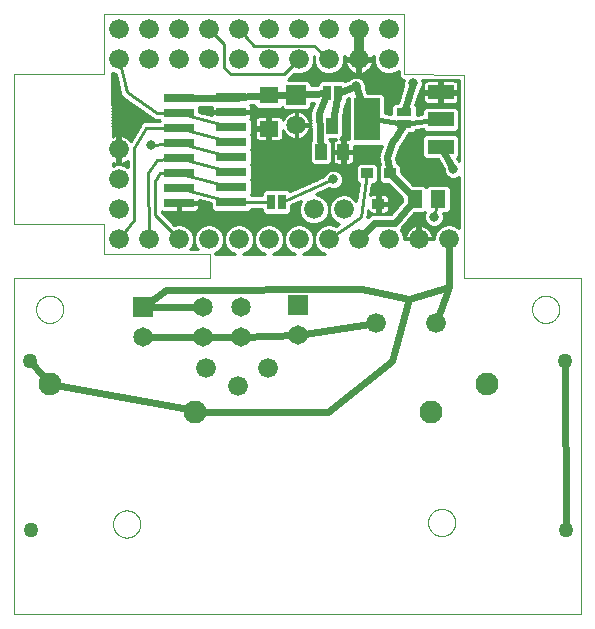
<source format=gbl>
G75*
%MOIN*%
%OFA0B0*%
%FSLAX25Y25*%
%IPPOS*%
%LPD*%
%AMOC8*
5,1,8,0,0,1.08239X$1,22.5*
%
%ADD10C,0.00000*%
%ADD11R,0.03937X0.03543*%
%ADD12R,0.03937X0.05512*%
%ADD13R,0.02500X0.05000*%
%ADD14R,0.05000X0.02500*%
%ADD15C,0.06600*%
%ADD16R,0.10000X0.03000*%
%ADD17R,0.06299X0.05512*%
%ADD18R,0.05118X0.05906*%
%ADD19R,0.08800X0.04800*%
%ADD20R,0.08661X0.14173*%
%ADD21C,0.05000*%
%ADD22C,0.07600*%
%ADD23R,0.06500X0.06500*%
%ADD24C,0.06500*%
%ADD25C,0.07677*%
%ADD26C,0.01000*%
%ADD27C,0.01600*%
%ADD28C,0.03200*%
%ADD29C,0.03200*%
%ADD30C,0.02400*%
D10*
X0005000Y0004606D02*
X0193976Y0004606D01*
X0193976Y0116575D01*
X0155000Y0116575D01*
X0155000Y0184409D01*
X0134921Y0184449D01*
X0134882Y0184488D01*
X0134882Y0194409D01*
X0134921Y0204449D01*
X0034921Y0204449D01*
X0034921Y0194449D01*
X0034961Y0194409D01*
X0034921Y0194409D01*
X0034921Y0184449D01*
X0005000Y0184449D01*
X0005000Y0134449D01*
X0034921Y0134449D01*
X0034921Y0124449D01*
X0070346Y0124449D01*
X0070346Y0116575D01*
X0005000Y0116575D01*
X0005000Y0004606D01*
X0037972Y0034606D02*
X0037974Y0034740D01*
X0037980Y0034874D01*
X0037990Y0035008D01*
X0038004Y0035142D01*
X0038022Y0035275D01*
X0038043Y0035407D01*
X0038069Y0035539D01*
X0038099Y0035670D01*
X0038132Y0035800D01*
X0038169Y0035928D01*
X0038211Y0036056D01*
X0038255Y0036183D01*
X0038304Y0036308D01*
X0038356Y0036431D01*
X0038412Y0036553D01*
X0038472Y0036674D01*
X0038535Y0036792D01*
X0038601Y0036909D01*
X0038671Y0037023D01*
X0038744Y0037136D01*
X0038821Y0037246D01*
X0038901Y0037354D01*
X0038984Y0037459D01*
X0039070Y0037562D01*
X0039159Y0037662D01*
X0039251Y0037760D01*
X0039346Y0037855D01*
X0039444Y0037947D01*
X0039544Y0038036D01*
X0039647Y0038122D01*
X0039752Y0038205D01*
X0039860Y0038285D01*
X0039970Y0038362D01*
X0040083Y0038435D01*
X0040197Y0038505D01*
X0040314Y0038571D01*
X0040432Y0038634D01*
X0040553Y0038694D01*
X0040675Y0038750D01*
X0040798Y0038802D01*
X0040923Y0038851D01*
X0041050Y0038895D01*
X0041178Y0038937D01*
X0041306Y0038974D01*
X0041436Y0039007D01*
X0041567Y0039037D01*
X0041699Y0039063D01*
X0041831Y0039084D01*
X0041964Y0039102D01*
X0042098Y0039116D01*
X0042232Y0039126D01*
X0042366Y0039132D01*
X0042500Y0039134D01*
X0042634Y0039132D01*
X0042768Y0039126D01*
X0042902Y0039116D01*
X0043036Y0039102D01*
X0043169Y0039084D01*
X0043301Y0039063D01*
X0043433Y0039037D01*
X0043564Y0039007D01*
X0043694Y0038974D01*
X0043822Y0038937D01*
X0043950Y0038895D01*
X0044077Y0038851D01*
X0044202Y0038802D01*
X0044325Y0038750D01*
X0044447Y0038694D01*
X0044568Y0038634D01*
X0044686Y0038571D01*
X0044803Y0038505D01*
X0044917Y0038435D01*
X0045030Y0038362D01*
X0045140Y0038285D01*
X0045248Y0038205D01*
X0045353Y0038122D01*
X0045456Y0038036D01*
X0045556Y0037947D01*
X0045654Y0037855D01*
X0045749Y0037760D01*
X0045841Y0037662D01*
X0045930Y0037562D01*
X0046016Y0037459D01*
X0046099Y0037354D01*
X0046179Y0037246D01*
X0046256Y0037136D01*
X0046329Y0037023D01*
X0046399Y0036909D01*
X0046465Y0036792D01*
X0046528Y0036674D01*
X0046588Y0036553D01*
X0046644Y0036431D01*
X0046696Y0036308D01*
X0046745Y0036183D01*
X0046789Y0036056D01*
X0046831Y0035928D01*
X0046868Y0035800D01*
X0046901Y0035670D01*
X0046931Y0035539D01*
X0046957Y0035407D01*
X0046978Y0035275D01*
X0046996Y0035142D01*
X0047010Y0035008D01*
X0047020Y0034874D01*
X0047026Y0034740D01*
X0047028Y0034606D01*
X0047026Y0034472D01*
X0047020Y0034338D01*
X0047010Y0034204D01*
X0046996Y0034070D01*
X0046978Y0033937D01*
X0046957Y0033805D01*
X0046931Y0033673D01*
X0046901Y0033542D01*
X0046868Y0033412D01*
X0046831Y0033284D01*
X0046789Y0033156D01*
X0046745Y0033029D01*
X0046696Y0032904D01*
X0046644Y0032781D01*
X0046588Y0032659D01*
X0046528Y0032538D01*
X0046465Y0032420D01*
X0046399Y0032303D01*
X0046329Y0032189D01*
X0046256Y0032076D01*
X0046179Y0031966D01*
X0046099Y0031858D01*
X0046016Y0031753D01*
X0045930Y0031650D01*
X0045841Y0031550D01*
X0045749Y0031452D01*
X0045654Y0031357D01*
X0045556Y0031265D01*
X0045456Y0031176D01*
X0045353Y0031090D01*
X0045248Y0031007D01*
X0045140Y0030927D01*
X0045030Y0030850D01*
X0044917Y0030777D01*
X0044803Y0030707D01*
X0044686Y0030641D01*
X0044568Y0030578D01*
X0044447Y0030518D01*
X0044325Y0030462D01*
X0044202Y0030410D01*
X0044077Y0030361D01*
X0043950Y0030317D01*
X0043822Y0030275D01*
X0043694Y0030238D01*
X0043564Y0030205D01*
X0043433Y0030175D01*
X0043301Y0030149D01*
X0043169Y0030128D01*
X0043036Y0030110D01*
X0042902Y0030096D01*
X0042768Y0030086D01*
X0042634Y0030080D01*
X0042500Y0030078D01*
X0042366Y0030080D01*
X0042232Y0030086D01*
X0042098Y0030096D01*
X0041964Y0030110D01*
X0041831Y0030128D01*
X0041699Y0030149D01*
X0041567Y0030175D01*
X0041436Y0030205D01*
X0041306Y0030238D01*
X0041178Y0030275D01*
X0041050Y0030317D01*
X0040923Y0030361D01*
X0040798Y0030410D01*
X0040675Y0030462D01*
X0040553Y0030518D01*
X0040432Y0030578D01*
X0040314Y0030641D01*
X0040197Y0030707D01*
X0040083Y0030777D01*
X0039970Y0030850D01*
X0039860Y0030927D01*
X0039752Y0031007D01*
X0039647Y0031090D01*
X0039544Y0031176D01*
X0039444Y0031265D01*
X0039346Y0031357D01*
X0039251Y0031452D01*
X0039159Y0031550D01*
X0039070Y0031650D01*
X0038984Y0031753D01*
X0038901Y0031858D01*
X0038821Y0031966D01*
X0038744Y0032076D01*
X0038671Y0032189D01*
X0038601Y0032303D01*
X0038535Y0032420D01*
X0038472Y0032538D01*
X0038412Y0032659D01*
X0038356Y0032781D01*
X0038304Y0032904D01*
X0038255Y0033029D01*
X0038211Y0033156D01*
X0038169Y0033284D01*
X0038132Y0033412D01*
X0038099Y0033542D01*
X0038069Y0033673D01*
X0038043Y0033805D01*
X0038022Y0033937D01*
X0038004Y0034070D01*
X0037990Y0034204D01*
X0037980Y0034338D01*
X0037974Y0034472D01*
X0037972Y0034606D01*
X0012283Y0106173D02*
X0012285Y0106307D01*
X0012291Y0106441D01*
X0012301Y0106575D01*
X0012315Y0106709D01*
X0012333Y0106842D01*
X0012354Y0106974D01*
X0012380Y0107106D01*
X0012410Y0107237D01*
X0012443Y0107367D01*
X0012480Y0107495D01*
X0012522Y0107623D01*
X0012566Y0107750D01*
X0012615Y0107875D01*
X0012667Y0107998D01*
X0012723Y0108120D01*
X0012783Y0108241D01*
X0012846Y0108359D01*
X0012912Y0108476D01*
X0012982Y0108590D01*
X0013055Y0108703D01*
X0013132Y0108813D01*
X0013212Y0108921D01*
X0013295Y0109026D01*
X0013381Y0109129D01*
X0013470Y0109229D01*
X0013562Y0109327D01*
X0013657Y0109422D01*
X0013755Y0109514D01*
X0013855Y0109603D01*
X0013958Y0109689D01*
X0014063Y0109772D01*
X0014171Y0109852D01*
X0014281Y0109929D01*
X0014394Y0110002D01*
X0014508Y0110072D01*
X0014625Y0110138D01*
X0014743Y0110201D01*
X0014864Y0110261D01*
X0014986Y0110317D01*
X0015109Y0110369D01*
X0015234Y0110418D01*
X0015361Y0110462D01*
X0015489Y0110504D01*
X0015617Y0110541D01*
X0015747Y0110574D01*
X0015878Y0110604D01*
X0016010Y0110630D01*
X0016142Y0110651D01*
X0016275Y0110669D01*
X0016409Y0110683D01*
X0016543Y0110693D01*
X0016677Y0110699D01*
X0016811Y0110701D01*
X0016945Y0110699D01*
X0017079Y0110693D01*
X0017213Y0110683D01*
X0017347Y0110669D01*
X0017480Y0110651D01*
X0017612Y0110630D01*
X0017744Y0110604D01*
X0017875Y0110574D01*
X0018005Y0110541D01*
X0018133Y0110504D01*
X0018261Y0110462D01*
X0018388Y0110418D01*
X0018513Y0110369D01*
X0018636Y0110317D01*
X0018758Y0110261D01*
X0018879Y0110201D01*
X0018997Y0110138D01*
X0019114Y0110072D01*
X0019228Y0110002D01*
X0019341Y0109929D01*
X0019451Y0109852D01*
X0019559Y0109772D01*
X0019664Y0109689D01*
X0019767Y0109603D01*
X0019867Y0109514D01*
X0019965Y0109422D01*
X0020060Y0109327D01*
X0020152Y0109229D01*
X0020241Y0109129D01*
X0020327Y0109026D01*
X0020410Y0108921D01*
X0020490Y0108813D01*
X0020567Y0108703D01*
X0020640Y0108590D01*
X0020710Y0108476D01*
X0020776Y0108359D01*
X0020839Y0108241D01*
X0020899Y0108120D01*
X0020955Y0107998D01*
X0021007Y0107875D01*
X0021056Y0107750D01*
X0021100Y0107623D01*
X0021142Y0107495D01*
X0021179Y0107367D01*
X0021212Y0107237D01*
X0021242Y0107106D01*
X0021268Y0106974D01*
X0021289Y0106842D01*
X0021307Y0106709D01*
X0021321Y0106575D01*
X0021331Y0106441D01*
X0021337Y0106307D01*
X0021339Y0106173D01*
X0021337Y0106039D01*
X0021331Y0105905D01*
X0021321Y0105771D01*
X0021307Y0105637D01*
X0021289Y0105504D01*
X0021268Y0105372D01*
X0021242Y0105240D01*
X0021212Y0105109D01*
X0021179Y0104979D01*
X0021142Y0104851D01*
X0021100Y0104723D01*
X0021056Y0104596D01*
X0021007Y0104471D01*
X0020955Y0104348D01*
X0020899Y0104226D01*
X0020839Y0104105D01*
X0020776Y0103987D01*
X0020710Y0103870D01*
X0020640Y0103756D01*
X0020567Y0103643D01*
X0020490Y0103533D01*
X0020410Y0103425D01*
X0020327Y0103320D01*
X0020241Y0103217D01*
X0020152Y0103117D01*
X0020060Y0103019D01*
X0019965Y0102924D01*
X0019867Y0102832D01*
X0019767Y0102743D01*
X0019664Y0102657D01*
X0019559Y0102574D01*
X0019451Y0102494D01*
X0019341Y0102417D01*
X0019228Y0102344D01*
X0019114Y0102274D01*
X0018997Y0102208D01*
X0018879Y0102145D01*
X0018758Y0102085D01*
X0018636Y0102029D01*
X0018513Y0101977D01*
X0018388Y0101928D01*
X0018261Y0101884D01*
X0018133Y0101842D01*
X0018005Y0101805D01*
X0017875Y0101772D01*
X0017744Y0101742D01*
X0017612Y0101716D01*
X0017480Y0101695D01*
X0017347Y0101677D01*
X0017213Y0101663D01*
X0017079Y0101653D01*
X0016945Y0101647D01*
X0016811Y0101645D01*
X0016677Y0101647D01*
X0016543Y0101653D01*
X0016409Y0101663D01*
X0016275Y0101677D01*
X0016142Y0101695D01*
X0016010Y0101716D01*
X0015878Y0101742D01*
X0015747Y0101772D01*
X0015617Y0101805D01*
X0015489Y0101842D01*
X0015361Y0101884D01*
X0015234Y0101928D01*
X0015109Y0101977D01*
X0014986Y0102029D01*
X0014864Y0102085D01*
X0014743Y0102145D01*
X0014625Y0102208D01*
X0014508Y0102274D01*
X0014394Y0102344D01*
X0014281Y0102417D01*
X0014171Y0102494D01*
X0014063Y0102574D01*
X0013958Y0102657D01*
X0013855Y0102743D01*
X0013755Y0102832D01*
X0013657Y0102924D01*
X0013562Y0103019D01*
X0013470Y0103117D01*
X0013381Y0103217D01*
X0013295Y0103320D01*
X0013212Y0103425D01*
X0013132Y0103533D01*
X0013055Y0103643D01*
X0012982Y0103756D01*
X0012912Y0103870D01*
X0012846Y0103987D01*
X0012783Y0104105D01*
X0012723Y0104226D01*
X0012667Y0104348D01*
X0012615Y0104471D01*
X0012566Y0104596D01*
X0012522Y0104723D01*
X0012480Y0104851D01*
X0012443Y0104979D01*
X0012410Y0105109D01*
X0012380Y0105240D01*
X0012354Y0105372D01*
X0012333Y0105504D01*
X0012315Y0105637D01*
X0012301Y0105771D01*
X0012291Y0105905D01*
X0012285Y0106039D01*
X0012283Y0106173D01*
X0142972Y0035106D02*
X0142974Y0035240D01*
X0142980Y0035374D01*
X0142990Y0035508D01*
X0143004Y0035642D01*
X0143022Y0035775D01*
X0143043Y0035907D01*
X0143069Y0036039D01*
X0143099Y0036170D01*
X0143132Y0036300D01*
X0143169Y0036428D01*
X0143211Y0036556D01*
X0143255Y0036683D01*
X0143304Y0036808D01*
X0143356Y0036931D01*
X0143412Y0037053D01*
X0143472Y0037174D01*
X0143535Y0037292D01*
X0143601Y0037409D01*
X0143671Y0037523D01*
X0143744Y0037636D01*
X0143821Y0037746D01*
X0143901Y0037854D01*
X0143984Y0037959D01*
X0144070Y0038062D01*
X0144159Y0038162D01*
X0144251Y0038260D01*
X0144346Y0038355D01*
X0144444Y0038447D01*
X0144544Y0038536D01*
X0144647Y0038622D01*
X0144752Y0038705D01*
X0144860Y0038785D01*
X0144970Y0038862D01*
X0145083Y0038935D01*
X0145197Y0039005D01*
X0145314Y0039071D01*
X0145432Y0039134D01*
X0145553Y0039194D01*
X0145675Y0039250D01*
X0145798Y0039302D01*
X0145923Y0039351D01*
X0146050Y0039395D01*
X0146178Y0039437D01*
X0146306Y0039474D01*
X0146436Y0039507D01*
X0146567Y0039537D01*
X0146699Y0039563D01*
X0146831Y0039584D01*
X0146964Y0039602D01*
X0147098Y0039616D01*
X0147232Y0039626D01*
X0147366Y0039632D01*
X0147500Y0039634D01*
X0147634Y0039632D01*
X0147768Y0039626D01*
X0147902Y0039616D01*
X0148036Y0039602D01*
X0148169Y0039584D01*
X0148301Y0039563D01*
X0148433Y0039537D01*
X0148564Y0039507D01*
X0148694Y0039474D01*
X0148822Y0039437D01*
X0148950Y0039395D01*
X0149077Y0039351D01*
X0149202Y0039302D01*
X0149325Y0039250D01*
X0149447Y0039194D01*
X0149568Y0039134D01*
X0149686Y0039071D01*
X0149803Y0039005D01*
X0149917Y0038935D01*
X0150030Y0038862D01*
X0150140Y0038785D01*
X0150248Y0038705D01*
X0150353Y0038622D01*
X0150456Y0038536D01*
X0150556Y0038447D01*
X0150654Y0038355D01*
X0150749Y0038260D01*
X0150841Y0038162D01*
X0150930Y0038062D01*
X0151016Y0037959D01*
X0151099Y0037854D01*
X0151179Y0037746D01*
X0151256Y0037636D01*
X0151329Y0037523D01*
X0151399Y0037409D01*
X0151465Y0037292D01*
X0151528Y0037174D01*
X0151588Y0037053D01*
X0151644Y0036931D01*
X0151696Y0036808D01*
X0151745Y0036683D01*
X0151789Y0036556D01*
X0151831Y0036428D01*
X0151868Y0036300D01*
X0151901Y0036170D01*
X0151931Y0036039D01*
X0151957Y0035907D01*
X0151978Y0035775D01*
X0151996Y0035642D01*
X0152010Y0035508D01*
X0152020Y0035374D01*
X0152026Y0035240D01*
X0152028Y0035106D01*
X0152026Y0034972D01*
X0152020Y0034838D01*
X0152010Y0034704D01*
X0151996Y0034570D01*
X0151978Y0034437D01*
X0151957Y0034305D01*
X0151931Y0034173D01*
X0151901Y0034042D01*
X0151868Y0033912D01*
X0151831Y0033784D01*
X0151789Y0033656D01*
X0151745Y0033529D01*
X0151696Y0033404D01*
X0151644Y0033281D01*
X0151588Y0033159D01*
X0151528Y0033038D01*
X0151465Y0032920D01*
X0151399Y0032803D01*
X0151329Y0032689D01*
X0151256Y0032576D01*
X0151179Y0032466D01*
X0151099Y0032358D01*
X0151016Y0032253D01*
X0150930Y0032150D01*
X0150841Y0032050D01*
X0150749Y0031952D01*
X0150654Y0031857D01*
X0150556Y0031765D01*
X0150456Y0031676D01*
X0150353Y0031590D01*
X0150248Y0031507D01*
X0150140Y0031427D01*
X0150030Y0031350D01*
X0149917Y0031277D01*
X0149803Y0031207D01*
X0149686Y0031141D01*
X0149568Y0031078D01*
X0149447Y0031018D01*
X0149325Y0030962D01*
X0149202Y0030910D01*
X0149077Y0030861D01*
X0148950Y0030817D01*
X0148822Y0030775D01*
X0148694Y0030738D01*
X0148564Y0030705D01*
X0148433Y0030675D01*
X0148301Y0030649D01*
X0148169Y0030628D01*
X0148036Y0030610D01*
X0147902Y0030596D01*
X0147768Y0030586D01*
X0147634Y0030580D01*
X0147500Y0030578D01*
X0147366Y0030580D01*
X0147232Y0030586D01*
X0147098Y0030596D01*
X0146964Y0030610D01*
X0146831Y0030628D01*
X0146699Y0030649D01*
X0146567Y0030675D01*
X0146436Y0030705D01*
X0146306Y0030738D01*
X0146178Y0030775D01*
X0146050Y0030817D01*
X0145923Y0030861D01*
X0145798Y0030910D01*
X0145675Y0030962D01*
X0145553Y0031018D01*
X0145432Y0031078D01*
X0145314Y0031141D01*
X0145197Y0031207D01*
X0145083Y0031277D01*
X0144970Y0031350D01*
X0144860Y0031427D01*
X0144752Y0031507D01*
X0144647Y0031590D01*
X0144544Y0031676D01*
X0144444Y0031765D01*
X0144346Y0031857D01*
X0144251Y0031952D01*
X0144159Y0032050D01*
X0144070Y0032150D01*
X0143984Y0032253D01*
X0143901Y0032358D01*
X0143821Y0032466D01*
X0143744Y0032576D01*
X0143671Y0032689D01*
X0143601Y0032803D01*
X0143535Y0032920D01*
X0143472Y0033038D01*
X0143412Y0033159D01*
X0143356Y0033281D01*
X0143304Y0033404D01*
X0143255Y0033529D01*
X0143211Y0033656D01*
X0143169Y0033784D01*
X0143132Y0033912D01*
X0143099Y0034042D01*
X0143069Y0034173D01*
X0143043Y0034305D01*
X0143022Y0034437D01*
X0143004Y0034570D01*
X0142990Y0034704D01*
X0142980Y0034838D01*
X0142974Y0034972D01*
X0142972Y0035106D01*
X0177637Y0106173D02*
X0177639Y0106307D01*
X0177645Y0106441D01*
X0177655Y0106575D01*
X0177669Y0106709D01*
X0177687Y0106842D01*
X0177708Y0106974D01*
X0177734Y0107106D01*
X0177764Y0107237D01*
X0177797Y0107367D01*
X0177834Y0107495D01*
X0177876Y0107623D01*
X0177920Y0107750D01*
X0177969Y0107875D01*
X0178021Y0107998D01*
X0178077Y0108120D01*
X0178137Y0108241D01*
X0178200Y0108359D01*
X0178266Y0108476D01*
X0178336Y0108590D01*
X0178409Y0108703D01*
X0178486Y0108813D01*
X0178566Y0108921D01*
X0178649Y0109026D01*
X0178735Y0109129D01*
X0178824Y0109229D01*
X0178916Y0109327D01*
X0179011Y0109422D01*
X0179109Y0109514D01*
X0179209Y0109603D01*
X0179312Y0109689D01*
X0179417Y0109772D01*
X0179525Y0109852D01*
X0179635Y0109929D01*
X0179748Y0110002D01*
X0179862Y0110072D01*
X0179979Y0110138D01*
X0180097Y0110201D01*
X0180218Y0110261D01*
X0180340Y0110317D01*
X0180463Y0110369D01*
X0180588Y0110418D01*
X0180715Y0110462D01*
X0180843Y0110504D01*
X0180971Y0110541D01*
X0181101Y0110574D01*
X0181232Y0110604D01*
X0181364Y0110630D01*
X0181496Y0110651D01*
X0181629Y0110669D01*
X0181763Y0110683D01*
X0181897Y0110693D01*
X0182031Y0110699D01*
X0182165Y0110701D01*
X0182299Y0110699D01*
X0182433Y0110693D01*
X0182567Y0110683D01*
X0182701Y0110669D01*
X0182834Y0110651D01*
X0182966Y0110630D01*
X0183098Y0110604D01*
X0183229Y0110574D01*
X0183359Y0110541D01*
X0183487Y0110504D01*
X0183615Y0110462D01*
X0183742Y0110418D01*
X0183867Y0110369D01*
X0183990Y0110317D01*
X0184112Y0110261D01*
X0184233Y0110201D01*
X0184351Y0110138D01*
X0184468Y0110072D01*
X0184582Y0110002D01*
X0184695Y0109929D01*
X0184805Y0109852D01*
X0184913Y0109772D01*
X0185018Y0109689D01*
X0185121Y0109603D01*
X0185221Y0109514D01*
X0185319Y0109422D01*
X0185414Y0109327D01*
X0185506Y0109229D01*
X0185595Y0109129D01*
X0185681Y0109026D01*
X0185764Y0108921D01*
X0185844Y0108813D01*
X0185921Y0108703D01*
X0185994Y0108590D01*
X0186064Y0108476D01*
X0186130Y0108359D01*
X0186193Y0108241D01*
X0186253Y0108120D01*
X0186309Y0107998D01*
X0186361Y0107875D01*
X0186410Y0107750D01*
X0186454Y0107623D01*
X0186496Y0107495D01*
X0186533Y0107367D01*
X0186566Y0107237D01*
X0186596Y0107106D01*
X0186622Y0106974D01*
X0186643Y0106842D01*
X0186661Y0106709D01*
X0186675Y0106575D01*
X0186685Y0106441D01*
X0186691Y0106307D01*
X0186693Y0106173D01*
X0186691Y0106039D01*
X0186685Y0105905D01*
X0186675Y0105771D01*
X0186661Y0105637D01*
X0186643Y0105504D01*
X0186622Y0105372D01*
X0186596Y0105240D01*
X0186566Y0105109D01*
X0186533Y0104979D01*
X0186496Y0104851D01*
X0186454Y0104723D01*
X0186410Y0104596D01*
X0186361Y0104471D01*
X0186309Y0104348D01*
X0186253Y0104226D01*
X0186193Y0104105D01*
X0186130Y0103987D01*
X0186064Y0103870D01*
X0185994Y0103756D01*
X0185921Y0103643D01*
X0185844Y0103533D01*
X0185764Y0103425D01*
X0185681Y0103320D01*
X0185595Y0103217D01*
X0185506Y0103117D01*
X0185414Y0103019D01*
X0185319Y0102924D01*
X0185221Y0102832D01*
X0185121Y0102743D01*
X0185018Y0102657D01*
X0184913Y0102574D01*
X0184805Y0102494D01*
X0184695Y0102417D01*
X0184582Y0102344D01*
X0184468Y0102274D01*
X0184351Y0102208D01*
X0184233Y0102145D01*
X0184112Y0102085D01*
X0183990Y0102029D01*
X0183867Y0101977D01*
X0183742Y0101928D01*
X0183615Y0101884D01*
X0183487Y0101842D01*
X0183359Y0101805D01*
X0183229Y0101772D01*
X0183098Y0101742D01*
X0182966Y0101716D01*
X0182834Y0101695D01*
X0182701Y0101677D01*
X0182567Y0101663D01*
X0182433Y0101653D01*
X0182299Y0101647D01*
X0182165Y0101645D01*
X0182031Y0101647D01*
X0181897Y0101653D01*
X0181763Y0101663D01*
X0181629Y0101677D01*
X0181496Y0101695D01*
X0181364Y0101716D01*
X0181232Y0101742D01*
X0181101Y0101772D01*
X0180971Y0101805D01*
X0180843Y0101842D01*
X0180715Y0101884D01*
X0180588Y0101928D01*
X0180463Y0101977D01*
X0180340Y0102029D01*
X0180218Y0102085D01*
X0180097Y0102145D01*
X0179979Y0102208D01*
X0179862Y0102274D01*
X0179748Y0102344D01*
X0179635Y0102417D01*
X0179525Y0102494D01*
X0179417Y0102574D01*
X0179312Y0102657D01*
X0179209Y0102743D01*
X0179109Y0102832D01*
X0179011Y0102924D01*
X0178916Y0103019D01*
X0178824Y0103117D01*
X0178735Y0103217D01*
X0178649Y0103320D01*
X0178566Y0103425D01*
X0178486Y0103533D01*
X0178409Y0103643D01*
X0178336Y0103756D01*
X0178266Y0103870D01*
X0178200Y0103987D01*
X0178137Y0104105D01*
X0178077Y0104226D01*
X0178021Y0104348D01*
X0177969Y0104471D01*
X0177920Y0104596D01*
X0177876Y0104723D01*
X0177834Y0104851D01*
X0177797Y0104979D01*
X0177764Y0105109D01*
X0177734Y0105240D01*
X0177708Y0105372D01*
X0177687Y0105504D01*
X0177669Y0105637D01*
X0177655Y0105771D01*
X0177645Y0105905D01*
X0177639Y0106039D01*
X0177637Y0106173D01*
D11*
X0130358Y0151567D03*
X0122484Y0151567D03*
X0126421Y0141331D03*
D12*
X0114661Y0158618D03*
X0107181Y0158618D03*
X0110921Y0167280D03*
D13*
X0109143Y0178311D03*
X0113086Y0178311D03*
X0094393Y0141949D03*
X0090450Y0141949D03*
D14*
X0134921Y0167977D03*
X0134921Y0171920D03*
D15*
X0129921Y0189449D03*
X0129921Y0199449D03*
X0119921Y0199449D03*
X0119921Y0189449D03*
X0109921Y0189449D03*
X0109921Y0199449D03*
X0099921Y0199449D03*
X0099921Y0189449D03*
X0089921Y0189449D03*
X0089921Y0199449D03*
X0079921Y0199449D03*
X0079921Y0189449D03*
X0069921Y0189449D03*
X0069921Y0199449D03*
X0059921Y0199449D03*
X0059921Y0189449D03*
X0049921Y0189449D03*
X0049921Y0199449D03*
X0039921Y0199449D03*
X0039921Y0189449D03*
X0039921Y0159449D03*
X0039921Y0149449D03*
X0039921Y0139449D03*
X0039921Y0129449D03*
X0049921Y0129449D03*
X0059921Y0129449D03*
X0069921Y0129449D03*
X0079921Y0129449D03*
X0089921Y0129449D03*
X0099921Y0129449D03*
X0104921Y0139449D03*
X0109921Y0129449D03*
X0114921Y0139449D03*
X0119921Y0129449D03*
X0129921Y0129449D03*
X0139921Y0129449D03*
X0149921Y0129449D03*
X0145736Y0101606D03*
X0125657Y0101606D03*
X0089500Y0086606D03*
X0079500Y0080606D03*
X0069000Y0086606D03*
D16*
X0060000Y0141606D03*
X0060000Y0146606D03*
X0060000Y0151606D03*
X0060000Y0156606D03*
X0060000Y0161606D03*
X0060000Y0166606D03*
X0060000Y0171606D03*
X0060000Y0176606D03*
X0077421Y0176949D03*
X0077421Y0171949D03*
X0077421Y0166949D03*
X0077421Y0161949D03*
X0077421Y0156949D03*
X0077421Y0151949D03*
X0077421Y0146949D03*
X0077421Y0141949D03*
D17*
X0089921Y0166437D03*
X0089921Y0177461D03*
D18*
X0138484Y0142949D03*
X0146358Y0142949D03*
D19*
X0147121Y0160349D03*
X0147121Y0169449D03*
X0147121Y0178549D03*
D20*
X0122720Y0169449D03*
D21*
X0188488Y0089016D03*
X0188858Y0032559D03*
X0010512Y0032559D03*
X0010142Y0089016D03*
D22*
X0016929Y0081299D03*
X0162598Y0081299D03*
D23*
X0099500Y0107606D03*
X0048000Y0107106D03*
X0099000Y0177606D03*
D24*
X0099000Y0167606D03*
X0080500Y0107106D03*
X0080500Y0097106D03*
X0068000Y0097106D03*
X0068000Y0107106D03*
X0048000Y0097106D03*
X0099500Y0097606D03*
D25*
X0065346Y0072106D03*
X0144087Y0072106D03*
D26*
X0108581Y0124592D02*
X0101226Y0124577D01*
X0102754Y0125210D01*
X0104160Y0126617D01*
X0104921Y0128454D01*
X0104921Y0130443D01*
X0104160Y0132281D01*
X0102754Y0133688D01*
X0100916Y0134449D01*
X0098927Y0134449D01*
X0097089Y0133688D01*
X0095682Y0132281D01*
X0094921Y0130443D01*
X0094160Y0132281D01*
X0092754Y0133688D01*
X0090916Y0134449D01*
X0088927Y0134449D01*
X0087089Y0133688D01*
X0085682Y0132281D01*
X0084921Y0130443D01*
X0084160Y0132281D01*
X0082754Y0133688D01*
X0080916Y0134449D01*
X0078927Y0134449D01*
X0077089Y0133688D01*
X0075682Y0132281D01*
X0074921Y0130443D01*
X0074160Y0132281D01*
X0072754Y0133688D01*
X0070916Y0134449D01*
X0068927Y0134449D01*
X0067089Y0133688D01*
X0065682Y0132281D01*
X0064921Y0130443D01*
X0064160Y0132281D01*
X0062754Y0133688D01*
X0060916Y0134449D01*
X0058927Y0134449D01*
X0058360Y0134214D01*
X0054200Y0138499D01*
X0054200Y0138836D01*
X0054421Y0138709D01*
X0054803Y0138606D01*
X0059750Y0138606D01*
X0059750Y0141356D01*
X0060250Y0141356D01*
X0060250Y0138606D01*
X0065197Y0138606D01*
X0065579Y0138709D01*
X0065921Y0138906D01*
X0066200Y0139185D01*
X0066398Y0139527D01*
X0066500Y0139909D01*
X0066500Y0141356D01*
X0060250Y0141356D01*
X0060250Y0141856D01*
X0066500Y0141856D01*
X0066500Y0142591D01*
X0070721Y0141463D01*
X0070721Y0139745D01*
X0071717Y0138749D01*
X0083125Y0138749D01*
X0084121Y0139745D01*
X0084121Y0139749D01*
X0087500Y0139749D01*
X0087500Y0138745D01*
X0088495Y0137749D01*
X0092404Y0137749D01*
X0092421Y0137766D01*
X0092439Y0137749D01*
X0096347Y0137749D01*
X0097343Y0138745D01*
X0097343Y0140844D01*
X0100743Y0142342D01*
X0100682Y0142281D01*
X0099921Y0140443D01*
X0099921Y0138454D01*
X0100682Y0136617D01*
X0102089Y0135210D01*
X0103927Y0134449D01*
X0105916Y0134449D01*
X0107754Y0135210D01*
X0109160Y0136617D01*
X0109921Y0138454D01*
X0109921Y0140443D01*
X0109160Y0142281D01*
X0107754Y0143688D01*
X0105916Y0144449D01*
X0105527Y0144449D01*
X0110055Y0146443D01*
X0110765Y0146149D01*
X0112078Y0146149D01*
X0113291Y0146651D01*
X0114219Y0147580D01*
X0114721Y0148792D01*
X0114721Y0150105D01*
X0114219Y0151318D01*
X0113291Y0152246D01*
X0112078Y0152749D01*
X0110765Y0152749D01*
X0109552Y0152246D01*
X0108624Y0151318D01*
X0108270Y0150465D01*
X0096996Y0145499D01*
X0096347Y0146149D01*
X0092439Y0146149D01*
X0092421Y0146131D01*
X0092404Y0146149D01*
X0088495Y0146149D01*
X0087500Y0145153D01*
X0087500Y0144149D01*
X0084121Y0144149D01*
X0084121Y0144153D01*
X0083825Y0144449D01*
X0084121Y0144745D01*
X0084121Y0149153D01*
X0083825Y0149449D01*
X0084121Y0149745D01*
X0084121Y0154153D01*
X0083825Y0154449D01*
X0084121Y0154745D01*
X0084121Y0159153D01*
X0083825Y0159449D01*
X0084121Y0159745D01*
X0084121Y0164153D01*
X0083825Y0164449D01*
X0084121Y0164745D01*
X0084121Y0169153D01*
X0083667Y0169607D01*
X0083819Y0169870D01*
X0083921Y0170251D01*
X0083921Y0171699D01*
X0077671Y0171699D01*
X0077671Y0172199D01*
X0083921Y0172199D01*
X0083921Y0173646D01*
X0083819Y0174028D01*
X0083667Y0174291D01*
X0083679Y0174303D01*
X0085072Y0174360D01*
X0085072Y0174001D01*
X0086067Y0173005D01*
X0093775Y0173005D01*
X0094236Y0173466D01*
X0095046Y0172656D01*
X0102954Y0172656D01*
X0103950Y0173652D01*
X0103950Y0175043D01*
X0104846Y0175106D01*
X0104095Y0173099D01*
X0104086Y0173089D01*
X0103894Y0172560D01*
X0103696Y0172031D01*
X0103696Y0172017D01*
X0103692Y0172004D01*
X0103716Y0171441D01*
X0103736Y0170878D01*
X0103742Y0170866D01*
X0104101Y0162666D01*
X0103513Y0162078D01*
X0103513Y0155158D01*
X0104508Y0154162D01*
X0109854Y0154162D01*
X0110850Y0155158D01*
X0110850Y0162078D01*
X0110104Y0162824D01*
X0112307Y0162824D01*
X0112114Y0162772D01*
X0111772Y0162574D01*
X0111493Y0162295D01*
X0111295Y0161953D01*
X0111193Y0161571D01*
X0111193Y0159102D01*
X0114177Y0159102D01*
X0114177Y0158134D01*
X0111193Y0158134D01*
X0111193Y0155665D01*
X0111295Y0155283D01*
X0111493Y0154941D01*
X0111772Y0154662D01*
X0112114Y0154464D01*
X0112495Y0154362D01*
X0114177Y0154362D01*
X0114177Y0158134D01*
X0115146Y0158134D01*
X0115146Y0159102D01*
X0118130Y0159102D01*
X0118130Y0160662D01*
X0127484Y0160662D01*
X0126728Y0158231D01*
X0126651Y0158119D01*
X0126558Y0157684D01*
X0126426Y0157259D01*
X0126438Y0157124D01*
X0126410Y0156990D01*
X0126490Y0156553D01*
X0126531Y0156110D01*
X0126594Y0155990D01*
X0126912Y0154265D01*
X0126690Y0154043D01*
X0126690Y0149091D01*
X0127686Y0148095D01*
X0129646Y0148095D01*
X0134225Y0143239D01*
X0134225Y0142330D01*
X0130549Y0137849D01*
X0125427Y0137849D01*
X0125360Y0137873D01*
X0124852Y0137849D01*
X0124344Y0137849D01*
X0124278Y0137821D01*
X0124207Y0137818D01*
X0123748Y0137602D01*
X0123279Y0137407D01*
X0123228Y0137357D01*
X0123163Y0137326D01*
X0122822Y0136951D01*
X0122681Y0136809D01*
X0122804Y0137552D01*
X0122783Y0137580D01*
X0123002Y0139176D01*
X0123055Y0138980D01*
X0123252Y0138638D01*
X0123532Y0138359D01*
X0123874Y0138161D01*
X0124255Y0138059D01*
X0126035Y0138059D01*
X0126035Y0140945D01*
X0126807Y0140945D01*
X0126807Y0141717D01*
X0126035Y0141717D01*
X0126035Y0144602D01*
X0124255Y0144602D01*
X0123874Y0144500D01*
X0123722Y0144412D01*
X0124228Y0148095D01*
X0125157Y0148095D01*
X0126153Y0149091D01*
X0126153Y0154043D01*
X0125157Y0155039D01*
X0119812Y0155039D01*
X0118816Y0154043D01*
X0118816Y0149091D01*
X0119790Y0148117D01*
X0119008Y0142433D01*
X0117754Y0143688D01*
X0115916Y0144449D01*
X0113927Y0144449D01*
X0112089Y0143688D01*
X0110682Y0142281D01*
X0109921Y0140443D01*
X0109921Y0138454D01*
X0110682Y0136617D01*
X0112089Y0135210D01*
X0113419Y0134659D01*
X0112316Y0133869D01*
X0110916Y0134449D01*
X0108927Y0134449D01*
X0107089Y0133688D01*
X0105682Y0132281D01*
X0104921Y0130443D01*
X0104921Y0128454D01*
X0105682Y0126617D01*
X0107089Y0125210D01*
X0108581Y0124592D01*
X0106873Y0125426D02*
X0102970Y0125426D01*
X0103968Y0126425D02*
X0105874Y0126425D01*
X0105348Y0127423D02*
X0104494Y0127423D01*
X0104908Y0128422D02*
X0104935Y0128422D01*
X0104921Y0129420D02*
X0104921Y0129420D01*
X0104921Y0130419D02*
X0104921Y0130419D01*
X0104518Y0131417D02*
X0105325Y0131417D01*
X0105817Y0132416D02*
X0104025Y0132416D01*
X0103027Y0133414D02*
X0106816Y0133414D01*
X0108840Y0134413D02*
X0101003Y0134413D01*
X0101888Y0135411D02*
X0057198Y0135411D01*
X0058168Y0134413D02*
X0058840Y0134413D01*
X0061003Y0134413D02*
X0068840Y0134413D01*
X0071003Y0134413D02*
X0078840Y0134413D01*
X0081003Y0134413D02*
X0088840Y0134413D01*
X0091003Y0134413D02*
X0098840Y0134413D01*
X0096816Y0133414D02*
X0093027Y0133414D01*
X0094025Y0132416D02*
X0095817Y0132416D01*
X0095325Y0131417D02*
X0094518Y0131417D01*
X0094921Y0130443D02*
X0094921Y0128454D01*
X0094160Y0126617D01*
X0092754Y0125210D01*
X0091176Y0124557D01*
X0098630Y0124572D01*
X0097089Y0125210D01*
X0095682Y0126617D01*
X0094921Y0128454D01*
X0094921Y0130443D01*
X0094921Y0130419D02*
X0094921Y0130419D01*
X0094921Y0129420D02*
X0094921Y0129420D01*
X0094908Y0128422D02*
X0094935Y0128422D01*
X0095348Y0127423D02*
X0094494Y0127423D01*
X0093968Y0126425D02*
X0095874Y0126425D01*
X0096873Y0125426D02*
X0092970Y0125426D01*
X0088679Y0124551D02*
X0081126Y0124536D01*
X0082754Y0125210D01*
X0084160Y0126617D01*
X0084921Y0128454D01*
X0084921Y0130443D01*
X0084921Y0128454D01*
X0085682Y0126617D01*
X0087089Y0125210D01*
X0088679Y0124551D01*
X0086873Y0125426D02*
X0082970Y0125426D01*
X0083968Y0126425D02*
X0085874Y0126425D01*
X0085348Y0127423D02*
X0084494Y0127423D01*
X0084908Y0128422D02*
X0084935Y0128422D01*
X0084921Y0129420D02*
X0084921Y0129420D01*
X0084921Y0130419D02*
X0084921Y0130419D01*
X0084518Y0131417D02*
X0085325Y0131417D01*
X0085817Y0132416D02*
X0084025Y0132416D01*
X0083027Y0133414D02*
X0086816Y0133414D01*
X0087837Y0138407D02*
X0054289Y0138407D01*
X0055259Y0137408D02*
X0100355Y0137408D01*
X0099941Y0138407D02*
X0097005Y0138407D01*
X0097343Y0139405D02*
X0099921Y0139405D01*
X0099921Y0140404D02*
X0097343Y0140404D01*
X0098610Y0141402D02*
X0100318Y0141402D01*
X0100889Y0136410D02*
X0056228Y0136410D01*
X0052000Y0137606D02*
X0052000Y0149106D01*
X0053500Y0151606D01*
X0061991Y0151074D01*
X0077421Y0146949D01*
X0077421Y0151949D02*
X0060000Y0156606D01*
X0052500Y0156106D01*
X0049500Y0151606D01*
X0049921Y0129449D01*
X0045000Y0136106D02*
X0045000Y0160106D01*
X0049000Y0166606D01*
X0060000Y0166606D01*
X0077421Y0161949D01*
X0077421Y0166949D02*
X0060000Y0171606D01*
X0052500Y0171606D01*
X0042500Y0178606D01*
X0039921Y0189449D01*
X0037503Y0185038D02*
X0038841Y0184484D01*
X0040345Y0178160D01*
X0040492Y0177327D01*
X0040553Y0177284D01*
X0040571Y0177211D01*
X0041291Y0176767D01*
X0051081Y0169914D01*
X0051589Y0169406D01*
X0051807Y0169406D01*
X0051985Y0169281D01*
X0052693Y0169406D01*
X0053300Y0169406D01*
X0053300Y0169402D01*
X0053596Y0169106D01*
X0053300Y0168810D01*
X0053300Y0168806D01*
X0049623Y0168806D01*
X0049377Y0168958D01*
X0048742Y0168806D01*
X0048089Y0168806D01*
X0047885Y0168602D01*
X0047604Y0168535D01*
X0047262Y0167979D01*
X0046800Y0167518D01*
X0046800Y0167229D01*
X0043774Y0162312D01*
X0043582Y0162576D01*
X0043048Y0163110D01*
X0042437Y0163554D01*
X0041764Y0163897D01*
X0041045Y0164131D01*
X0040421Y0164229D01*
X0040421Y0159949D01*
X0039421Y0159949D01*
X0039421Y0164229D01*
X0038797Y0164131D01*
X0038079Y0163897D01*
X0037826Y0163768D01*
X0037503Y0185038D01*
X0037514Y0184338D02*
X0038875Y0184338D01*
X0039113Y0183340D02*
X0037529Y0183340D01*
X0037544Y0182341D02*
X0039350Y0182341D01*
X0039588Y0181343D02*
X0037559Y0181343D01*
X0037574Y0180344D02*
X0039825Y0180344D01*
X0040063Y0179346D02*
X0037589Y0179346D01*
X0037605Y0178347D02*
X0040300Y0178347D01*
X0040488Y0177349D02*
X0037620Y0177349D01*
X0037635Y0176350D02*
X0041887Y0176350D01*
X0043313Y0175352D02*
X0037650Y0175352D01*
X0037665Y0174353D02*
X0044739Y0174353D01*
X0046166Y0173355D02*
X0037680Y0173355D01*
X0037695Y0172356D02*
X0047592Y0172356D01*
X0049019Y0171358D02*
X0037711Y0171358D01*
X0037726Y0170359D02*
X0050445Y0170359D01*
X0051872Y0169361D02*
X0037741Y0169361D01*
X0037756Y0168362D02*
X0047497Y0168362D01*
X0046800Y0167364D02*
X0037771Y0167364D01*
X0037786Y0166365D02*
X0046268Y0166365D01*
X0045654Y0165367D02*
X0037801Y0165367D01*
X0037816Y0164368D02*
X0045039Y0164368D01*
X0044425Y0163370D02*
X0042691Y0163370D01*
X0043731Y0162371D02*
X0043811Y0162371D01*
X0040421Y0162371D02*
X0039421Y0162371D01*
X0039421Y0161373D02*
X0040421Y0161373D01*
X0040421Y0160374D02*
X0039421Y0160374D01*
X0039421Y0158949D02*
X0040421Y0158949D01*
X0040421Y0154668D01*
X0041045Y0154767D01*
X0041764Y0155000D01*
X0042437Y0155343D01*
X0042800Y0155607D01*
X0042800Y0153641D01*
X0042754Y0153688D01*
X0040916Y0154449D01*
X0038927Y0154449D01*
X0037973Y0154054D01*
X0037957Y0155062D01*
X0038079Y0155000D01*
X0038797Y0154767D01*
X0039421Y0154668D01*
X0039421Y0158949D01*
X0039421Y0158377D02*
X0040421Y0158377D01*
X0040421Y0157379D02*
X0039421Y0157379D01*
X0039421Y0156380D02*
X0040421Y0156380D01*
X0040421Y0155382D02*
X0039421Y0155382D01*
X0038768Y0154383D02*
X0037968Y0154383D01*
X0041075Y0154383D02*
X0042800Y0154383D01*
X0042800Y0155382D02*
X0042489Y0155382D01*
X0040421Y0163370D02*
X0039421Y0163370D01*
X0050500Y0161106D02*
X0060000Y0161606D01*
X0077421Y0156949D01*
X0084121Y0157379D02*
X0103513Y0157379D01*
X0103513Y0158377D02*
X0084121Y0158377D01*
X0083899Y0159376D02*
X0103513Y0159376D01*
X0103513Y0160374D02*
X0084121Y0160374D01*
X0084121Y0161373D02*
X0103513Y0161373D01*
X0103806Y0162371D02*
X0093802Y0162371D01*
X0093650Y0162283D02*
X0093992Y0162481D01*
X0094271Y0162760D01*
X0094469Y0163102D01*
X0094571Y0163484D01*
X0094571Y0165867D01*
X0094598Y0165783D01*
X0094937Y0165117D01*
X0095377Y0164512D01*
X0095906Y0163983D01*
X0096510Y0163544D01*
X0097177Y0163204D01*
X0097888Y0162973D01*
X0098626Y0162856D01*
X0098811Y0162856D01*
X0098811Y0167417D01*
X0099189Y0167417D01*
X0099189Y0162856D01*
X0099374Y0162856D01*
X0100112Y0162973D01*
X0100823Y0163204D01*
X0101490Y0163544D01*
X0102094Y0163983D01*
X0102623Y0164512D01*
X0103063Y0165117D01*
X0103402Y0165783D01*
X0103633Y0166494D01*
X0103750Y0167232D01*
X0103750Y0167417D01*
X0099189Y0167417D01*
X0099189Y0167795D01*
X0103750Y0167795D01*
X0103750Y0167980D01*
X0103633Y0168719D01*
X0103402Y0169430D01*
X0103063Y0170096D01*
X0102623Y0170701D01*
X0102094Y0171229D01*
X0101490Y0171669D01*
X0100823Y0172008D01*
X0100112Y0172239D01*
X0099374Y0172356D01*
X0099189Y0172356D01*
X0098811Y0172356D01*
X0098626Y0172356D01*
X0097888Y0172239D01*
X0097177Y0172008D01*
X0096510Y0171669D01*
X0095906Y0171229D01*
X0095377Y0170701D01*
X0094937Y0170096D01*
X0094598Y0169430D01*
X0094571Y0169346D01*
X0094571Y0169390D01*
X0094469Y0169772D01*
X0094271Y0170114D01*
X0093992Y0170393D01*
X0093650Y0170591D01*
X0093268Y0170693D01*
X0090421Y0170693D01*
X0090421Y0166937D01*
X0089421Y0166937D01*
X0089421Y0165937D01*
X0085272Y0165937D01*
X0085272Y0163484D01*
X0085374Y0163102D01*
X0085571Y0162760D01*
X0085851Y0162481D01*
X0086193Y0162283D01*
X0086574Y0162181D01*
X0089421Y0162181D01*
X0089421Y0165937D01*
X0090421Y0165937D01*
X0090421Y0162181D01*
X0093268Y0162181D01*
X0093650Y0162283D01*
X0094540Y0163370D02*
X0096852Y0163370D01*
X0095521Y0164368D02*
X0094571Y0164368D01*
X0094571Y0165367D02*
X0094810Y0165367D01*
X0094576Y0169361D02*
X0094571Y0169361D01*
X0094026Y0170359D02*
X0095129Y0170359D01*
X0096082Y0171358D02*
X0083921Y0171358D01*
X0083921Y0172356D02*
X0098626Y0172356D01*
X0098811Y0172356D02*
X0098811Y0167795D01*
X0099189Y0167795D01*
X0099189Y0172356D01*
X0099374Y0172356D02*
X0103818Y0172356D01*
X0103719Y0171358D02*
X0101918Y0171358D01*
X0102871Y0170359D02*
X0103764Y0170359D01*
X0103808Y0169361D02*
X0103424Y0169361D01*
X0103689Y0168362D02*
X0103851Y0168362D01*
X0103895Y0167364D02*
X0103750Y0167364D01*
X0103591Y0166365D02*
X0103939Y0166365D01*
X0103983Y0165367D02*
X0103190Y0165367D01*
X0102479Y0164368D02*
X0104026Y0164368D01*
X0104070Y0163370D02*
X0101148Y0163370D01*
X0099189Y0163370D02*
X0098811Y0163370D01*
X0098811Y0164368D02*
X0099189Y0164368D01*
X0099189Y0165367D02*
X0098811Y0165367D01*
X0098811Y0166365D02*
X0099189Y0166365D01*
X0099189Y0167364D02*
X0098811Y0167364D01*
X0098811Y0168362D02*
X0099189Y0168362D01*
X0099189Y0169361D02*
X0098811Y0169361D01*
X0098811Y0170359D02*
X0099189Y0170359D01*
X0099189Y0171358D02*
X0098811Y0171358D01*
X0094347Y0173355D02*
X0094125Y0173355D01*
X0090421Y0170359D02*
X0089421Y0170359D01*
X0089421Y0170693D02*
X0086574Y0170693D01*
X0086193Y0170591D01*
X0085851Y0170393D01*
X0085571Y0170114D01*
X0085374Y0169772D01*
X0085272Y0169390D01*
X0085272Y0166937D01*
X0089421Y0166937D01*
X0089421Y0170693D01*
X0089421Y0169361D02*
X0090421Y0169361D01*
X0090421Y0168362D02*
X0089421Y0168362D01*
X0089421Y0167364D02*
X0090421Y0167364D01*
X0089421Y0166365D02*
X0084121Y0166365D01*
X0084121Y0165367D02*
X0085272Y0165367D01*
X0085272Y0164368D02*
X0083906Y0164368D01*
X0084121Y0163370D02*
X0085302Y0163370D01*
X0086041Y0162371D02*
X0084121Y0162371D01*
X0084121Y0167364D02*
X0085272Y0167364D01*
X0085272Y0168362D02*
X0084121Y0168362D01*
X0083914Y0169361D02*
X0085272Y0169361D01*
X0085817Y0170359D02*
X0083921Y0170359D01*
X0083921Y0173355D02*
X0085717Y0173355D01*
X0085072Y0174353D02*
X0084915Y0174353D01*
X0080104Y0177059D02*
X0079652Y0176606D01*
X0077171Y0172199D02*
X0077171Y0171699D01*
X0070921Y0171699D01*
X0070921Y0170964D01*
X0066700Y0172092D01*
X0066700Y0173706D01*
X0070937Y0173706D01*
X0070921Y0173646D01*
X0070921Y0172199D01*
X0077171Y0172199D01*
X0070921Y0172356D02*
X0066700Y0172356D01*
X0066700Y0173355D02*
X0070921Y0173355D01*
X0070921Y0171358D02*
X0069448Y0171358D01*
X0077421Y0184449D02*
X0074921Y0186449D01*
X0074921Y0194449D01*
X0069921Y0199449D01*
X0079921Y0199449D02*
X0084921Y0193976D01*
X0104921Y0193976D01*
X0109921Y0189449D01*
X0112880Y0185337D02*
X0117419Y0185337D01*
X0117406Y0185343D02*
X0118079Y0185000D01*
X0118797Y0184767D01*
X0119421Y0184668D01*
X0119421Y0188949D01*
X0115141Y0188949D01*
X0115239Y0188325D01*
X0115473Y0187606D01*
X0115816Y0186933D01*
X0116260Y0186322D01*
X0116794Y0185788D01*
X0117406Y0185343D01*
X0116250Y0186335D02*
X0113879Y0186335D01*
X0114160Y0186617D02*
X0114921Y0188454D01*
X0114921Y0190443D01*
X0114919Y0190449D01*
X0115220Y0190449D01*
X0115141Y0189949D01*
X0119421Y0189949D01*
X0119421Y0188949D01*
X0120421Y0188949D01*
X0120421Y0184668D01*
X0121045Y0184767D01*
X0121764Y0185000D01*
X0122437Y0185343D01*
X0123048Y0185788D01*
X0123582Y0186322D01*
X0124027Y0186933D01*
X0124370Y0187606D01*
X0124603Y0188325D01*
X0124702Y0188949D01*
X0120421Y0188949D01*
X0120421Y0189949D01*
X0124702Y0189949D01*
X0124623Y0190449D01*
X0124924Y0190449D01*
X0124921Y0190443D01*
X0124921Y0188454D01*
X0125682Y0186617D01*
X0127089Y0185210D01*
X0128927Y0184449D01*
X0130916Y0184449D01*
X0132754Y0185210D01*
X0133182Y0185638D01*
X0133182Y0183784D01*
X0133717Y0183249D01*
X0134214Y0182750D01*
X0134216Y0182750D01*
X0134217Y0182749D01*
X0134888Y0182749D01*
X0134621Y0182105D01*
X0134621Y0180792D01*
X0134651Y0180720D01*
X0132810Y0174870D01*
X0131717Y0174870D01*
X0130721Y0173875D01*
X0130721Y0171200D01*
X0128751Y0171524D01*
X0128751Y0177240D01*
X0127755Y0178235D01*
X0122754Y0178235D01*
X0122218Y0179786D01*
X0122221Y0179792D01*
X0122221Y0181105D01*
X0121719Y0182318D01*
X0120791Y0183246D01*
X0119578Y0183749D01*
X0118265Y0183749D01*
X0117052Y0183246D01*
X0116430Y0182625D01*
X0115330Y0182221D01*
X0115040Y0182511D01*
X0111132Y0182511D01*
X0111114Y0182494D01*
X0111097Y0182511D01*
X0107188Y0182511D01*
X0106193Y0181515D01*
X0106193Y0181013D01*
X0103950Y0180857D01*
X0103950Y0181560D01*
X0102954Y0182556D01*
X0096140Y0182556D01*
X0097121Y0183538D01*
X0098294Y0184711D01*
X0098927Y0184449D01*
X0100916Y0184449D01*
X0102754Y0185210D01*
X0104160Y0186617D01*
X0104921Y0188454D01*
X0104921Y0190443D01*
X0104919Y0190449D01*
X0104924Y0190449D01*
X0104921Y0190443D01*
X0104921Y0188454D01*
X0105682Y0186617D01*
X0107089Y0185210D01*
X0108927Y0184449D01*
X0110916Y0184449D01*
X0112754Y0185210D01*
X0114160Y0186617D01*
X0114457Y0187334D02*
X0115612Y0187334D01*
X0115238Y0188332D02*
X0114871Y0188332D01*
X0114921Y0189331D02*
X0119421Y0189331D01*
X0119421Y0188332D02*
X0120421Y0188332D01*
X0120421Y0187334D02*
X0119421Y0187334D01*
X0119421Y0186335D02*
X0120421Y0186335D01*
X0120421Y0185337D02*
X0119421Y0185337D01*
X0120565Y0183340D02*
X0133626Y0183340D01*
X0133182Y0184338D02*
X0097922Y0184338D01*
X0096924Y0183340D02*
X0117277Y0183340D01*
X0115657Y0182341D02*
X0115210Y0182341D01*
X0116690Y0176543D02*
X0116690Y0162874D01*
X0115146Y0162874D01*
X0115146Y0159102D01*
X0114177Y0159102D01*
X0114177Y0162874D01*
X0113644Y0162874D01*
X0114590Y0163819D01*
X0114590Y0170740D01*
X0114561Y0170768D01*
X0115260Y0174331D01*
X0116036Y0175107D01*
X0116036Y0176303D01*
X0116690Y0176543D01*
X0116690Y0176350D02*
X0116164Y0176350D01*
X0116036Y0175352D02*
X0116690Y0175352D01*
X0116690Y0174353D02*
X0115282Y0174353D01*
X0115069Y0173355D02*
X0116690Y0173355D01*
X0116690Y0172356D02*
X0114873Y0172356D01*
X0114677Y0171358D02*
X0116690Y0171358D01*
X0116690Y0170359D02*
X0114590Y0170359D01*
X0114590Y0169361D02*
X0116690Y0169361D01*
X0116690Y0168362D02*
X0114590Y0168362D01*
X0114590Y0167364D02*
X0116690Y0167364D01*
X0116690Y0166365D02*
X0114590Y0166365D01*
X0114590Y0165367D02*
X0116690Y0165367D01*
X0116690Y0164368D02*
X0114590Y0164368D01*
X0114140Y0163370D02*
X0116690Y0163370D01*
X0115146Y0162371D02*
X0114177Y0162371D01*
X0114177Y0161373D02*
X0115146Y0161373D01*
X0115146Y0160374D02*
X0114177Y0160374D01*
X0114177Y0159376D02*
X0115146Y0159376D01*
X0115146Y0158377D02*
X0126773Y0158377D01*
X0126463Y0157379D02*
X0118130Y0157379D01*
X0118130Y0158134D02*
X0115146Y0158134D01*
X0115146Y0154362D01*
X0116827Y0154362D01*
X0117209Y0154464D01*
X0117551Y0154662D01*
X0117830Y0154941D01*
X0118028Y0155283D01*
X0118130Y0155665D01*
X0118130Y0158134D01*
X0118130Y0159376D02*
X0127084Y0159376D01*
X0127394Y0160374D02*
X0118130Y0160374D01*
X0118130Y0156380D02*
X0126506Y0156380D01*
X0126706Y0155382D02*
X0118054Y0155382D01*
X0119156Y0154383D02*
X0116905Y0154383D01*
X0115146Y0154383D02*
X0114177Y0154383D01*
X0114177Y0155382D02*
X0115146Y0155382D01*
X0115146Y0156380D02*
X0114177Y0156380D01*
X0114177Y0157379D02*
X0115146Y0157379D01*
X0114177Y0158377D02*
X0110850Y0158377D01*
X0110850Y0157379D02*
X0111193Y0157379D01*
X0111193Y0156380D02*
X0110850Y0156380D01*
X0110850Y0155382D02*
X0111269Y0155382D01*
X0112418Y0154383D02*
X0110075Y0154383D01*
X0109889Y0152386D02*
X0084121Y0152386D01*
X0084121Y0153384D02*
X0118816Y0153384D01*
X0118816Y0152386D02*
X0112954Y0152386D01*
X0114149Y0151387D02*
X0118816Y0151387D01*
X0118816Y0150389D02*
X0114604Y0150389D01*
X0114721Y0149390D02*
X0118816Y0149390D01*
X0119515Y0148392D02*
X0114555Y0148392D01*
X0114033Y0147393D02*
X0119690Y0147393D01*
X0119553Y0146395D02*
X0112672Y0146395D01*
X0113804Y0144398D02*
X0106039Y0144398D01*
X0107678Y0145396D02*
X0119416Y0145396D01*
X0119278Y0144398D02*
X0116039Y0144398D01*
X0118042Y0143399D02*
X0119141Y0143399D01*
X0122897Y0138407D02*
X0123484Y0138407D01*
X0123281Y0137408D02*
X0122780Y0137408D01*
X0120484Y0137012D02*
X0109921Y0129449D01*
X0111003Y0134413D02*
X0113075Y0134413D01*
X0111888Y0135411D02*
X0107955Y0135411D01*
X0108953Y0136410D02*
X0110889Y0136410D01*
X0110355Y0137408D02*
X0109488Y0137408D01*
X0109902Y0138407D02*
X0109941Y0138407D01*
X0109921Y0139405D02*
X0109921Y0139405D01*
X0109921Y0140404D02*
X0109921Y0140404D01*
X0109524Y0141402D02*
X0110318Y0141402D01*
X0110802Y0142401D02*
X0109040Y0142401D01*
X0108042Y0143399D02*
X0111801Y0143399D01*
X0110171Y0146395D02*
X0109945Y0146395D01*
X0111421Y0149449D02*
X0094393Y0141949D01*
X0090450Y0141949D02*
X0077421Y0141949D01*
X0060000Y0146606D01*
X0061991Y0151074D02*
X0060000Y0151606D01*
X0060250Y0141402D02*
X0070721Y0141402D01*
X0070721Y0140404D02*
X0066500Y0140404D01*
X0066327Y0139405D02*
X0071061Y0139405D01*
X0067212Y0142401D02*
X0066500Y0142401D01*
X0060250Y0140404D02*
X0059750Y0140404D01*
X0059750Y0139405D02*
X0060250Y0139405D01*
X0063027Y0133414D02*
X0066816Y0133414D01*
X0065817Y0132416D02*
X0064025Y0132416D01*
X0064518Y0131417D02*
X0065325Y0131417D01*
X0064921Y0130443D02*
X0064921Y0128454D01*
X0064160Y0126617D01*
X0063692Y0126149D01*
X0066150Y0126149D01*
X0065682Y0126617D01*
X0064921Y0128454D01*
X0064921Y0130443D01*
X0064921Y0130419D02*
X0064921Y0130419D01*
X0064921Y0129420D02*
X0064921Y0129420D01*
X0064908Y0128422D02*
X0064935Y0128422D01*
X0065348Y0127423D02*
X0064494Y0127423D01*
X0063968Y0126425D02*
X0065874Y0126425D01*
X0072046Y0124917D02*
X0072754Y0125210D01*
X0074160Y0126617D01*
X0074921Y0128454D01*
X0074921Y0130443D01*
X0074921Y0128454D01*
X0075682Y0126617D01*
X0077089Y0125210D01*
X0078728Y0124531D01*
X0072046Y0124518D01*
X0072046Y0124917D01*
X0072970Y0125426D02*
X0076873Y0125426D01*
X0075874Y0126425D02*
X0073968Y0126425D01*
X0074494Y0127423D02*
X0075348Y0127423D01*
X0074935Y0128422D02*
X0074908Y0128422D01*
X0074921Y0129420D02*
X0074921Y0129420D01*
X0074921Y0130419D02*
X0074921Y0130419D01*
X0074518Y0131417D02*
X0075325Y0131417D01*
X0075817Y0132416D02*
X0074025Y0132416D01*
X0073027Y0133414D02*
X0076816Y0133414D01*
X0083782Y0139405D02*
X0087500Y0139405D01*
X0087500Y0144398D02*
X0083876Y0144398D01*
X0084121Y0145396D02*
X0087743Y0145396D01*
X0084121Y0146395D02*
X0099030Y0146395D01*
X0101297Y0147393D02*
X0084121Y0147393D01*
X0084121Y0148392D02*
X0103564Y0148392D01*
X0105831Y0149390D02*
X0083884Y0149390D01*
X0084121Y0150389D02*
X0108098Y0150389D01*
X0108693Y0151387D02*
X0084121Y0151387D01*
X0083891Y0154383D02*
X0104288Y0154383D01*
X0103513Y0155382D02*
X0084121Y0155382D01*
X0084121Y0156380D02*
X0103513Y0156380D01*
X0110850Y0159376D02*
X0111193Y0159376D01*
X0111193Y0160374D02*
X0110850Y0160374D01*
X0110850Y0161373D02*
X0111193Y0161373D01*
X0111569Y0162371D02*
X0110557Y0162371D01*
X0104191Y0173355D02*
X0103653Y0173355D01*
X0103950Y0174353D02*
X0104565Y0174353D01*
X0103950Y0181343D02*
X0106193Y0181343D01*
X0107019Y0182341D02*
X0103169Y0182341D01*
X0102880Y0185337D02*
X0106962Y0185337D01*
X0105964Y0186335D02*
X0103879Y0186335D01*
X0104457Y0187334D02*
X0105385Y0187334D01*
X0104972Y0188332D02*
X0104871Y0188332D01*
X0104921Y0189331D02*
X0104921Y0189331D01*
X0104921Y0190329D02*
X0104921Y0190329D01*
X0099921Y0189449D02*
X0094921Y0184449D01*
X0077421Y0184449D01*
X0089421Y0165367D02*
X0090421Y0165367D01*
X0090421Y0164368D02*
X0089421Y0164368D01*
X0089421Y0163370D02*
X0090421Y0163370D01*
X0090421Y0162371D02*
X0089421Y0162371D01*
X0114921Y0190329D02*
X0115201Y0190329D01*
X0120421Y0189331D02*
X0124921Y0189331D01*
X0124921Y0190329D02*
X0124642Y0190329D01*
X0124604Y0188332D02*
X0124972Y0188332D01*
X0125385Y0187334D02*
X0124231Y0187334D01*
X0123592Y0186335D02*
X0125964Y0186335D01*
X0126962Y0185337D02*
X0122424Y0185337D01*
X0121696Y0182341D02*
X0134719Y0182341D01*
X0134621Y0181343D02*
X0122123Y0181343D01*
X0122221Y0180344D02*
X0134533Y0180344D01*
X0134219Y0179346D02*
X0122370Y0179346D01*
X0122715Y0178347D02*
X0133904Y0178347D01*
X0133590Y0177349D02*
X0128642Y0177349D01*
X0128751Y0176350D02*
X0133276Y0176350D01*
X0132961Y0175352D02*
X0128751Y0175352D01*
X0128751Y0174353D02*
X0131200Y0174353D01*
X0130721Y0173355D02*
X0128751Y0173355D01*
X0128751Y0172356D02*
X0130721Y0172356D01*
X0130721Y0171358D02*
X0129763Y0171358D01*
X0136605Y0165027D02*
X0135038Y0162189D01*
X0134880Y0161806D01*
X0134762Y0161688D01*
X0134681Y0161542D01*
X0134357Y0161284D01*
X0133478Y0160404D01*
X0132348Y0156771D01*
X0132667Y0155039D01*
X0133031Y0155039D01*
X0134027Y0154043D01*
X0134027Y0151903D01*
X0138083Y0147602D01*
X0141747Y0147602D01*
X0142421Y0146928D01*
X0143095Y0147602D01*
X0149621Y0147602D01*
X0150617Y0146606D01*
X0150617Y0139292D01*
X0149621Y0138296D01*
X0147935Y0138296D01*
X0148221Y0137605D01*
X0148221Y0136292D01*
X0147719Y0135080D01*
X0146791Y0134151D01*
X0145578Y0133649D01*
X0144265Y0133649D01*
X0143052Y0134151D01*
X0142124Y0135080D01*
X0141621Y0136292D01*
X0141621Y0137605D01*
X0142021Y0138569D01*
X0141747Y0138296D01*
X0138418Y0138296D01*
X0134436Y0133442D01*
X0134380Y0133306D01*
X0134073Y0132999D01*
X0133797Y0132664D01*
X0133785Y0132657D01*
X0134160Y0132281D01*
X0134921Y0130443D01*
X0134921Y0129531D01*
X0139421Y0129512D01*
X0139421Y0129949D01*
X0135141Y0129949D01*
X0135239Y0130573D01*
X0135473Y0131291D01*
X0135816Y0131965D01*
X0136260Y0132576D01*
X0136794Y0133110D01*
X0137406Y0133554D01*
X0138079Y0133897D01*
X0138797Y0134131D01*
X0139421Y0134229D01*
X0139421Y0129949D01*
X0140421Y0129949D01*
X0140421Y0134229D01*
X0141045Y0134131D01*
X0141764Y0133897D01*
X0142437Y0133554D01*
X0143048Y0133110D01*
X0143582Y0132576D01*
X0144027Y0131965D01*
X0144370Y0131291D01*
X0144603Y0130573D01*
X0144702Y0129949D01*
X0140421Y0129949D01*
X0140421Y0129508D01*
X0144921Y0129490D01*
X0144921Y0130443D01*
X0145682Y0132281D01*
X0147089Y0133688D01*
X0148927Y0134449D01*
X0150916Y0134449D01*
X0152754Y0133688D01*
X0153300Y0133141D01*
X0153300Y0150161D01*
X0153291Y0150151D01*
X0152078Y0149649D01*
X0150765Y0149649D01*
X0149552Y0150151D01*
X0148624Y0151080D01*
X0148121Y0152292D01*
X0148121Y0152856D01*
X0146150Y0156249D01*
X0142017Y0156249D01*
X0141021Y0157245D01*
X0141021Y0163453D01*
X0142017Y0164449D01*
X0152225Y0164449D01*
X0153221Y0163453D01*
X0153221Y0157245D01*
X0152625Y0156649D01*
X0153105Y0155823D01*
X0153291Y0155746D01*
X0153300Y0155737D01*
X0153300Y0182713D01*
X0140960Y0182737D01*
X0141221Y0182105D01*
X0141221Y0180792D01*
X0140719Y0179580D01*
X0140214Y0179075D01*
X0138707Y0174289D01*
X0139121Y0173875D01*
X0139121Y0171002D01*
X0141021Y0171231D01*
X0141021Y0172553D01*
X0142017Y0173549D01*
X0152225Y0173549D01*
X0153221Y0172553D01*
X0153221Y0166345D01*
X0152225Y0165349D01*
X0142017Y0165349D01*
X0141155Y0166211D01*
X0139056Y0165958D01*
X0138125Y0165027D01*
X0136605Y0165027D01*
X0136241Y0164368D02*
X0141936Y0164368D01*
X0141999Y0165367D02*
X0138465Y0165367D01*
X0141021Y0163370D02*
X0135690Y0163370D01*
X0135139Y0162371D02*
X0141021Y0162371D01*
X0141021Y0161373D02*
X0134469Y0161373D01*
X0133468Y0160374D02*
X0141021Y0160374D01*
X0141021Y0159376D02*
X0133158Y0159376D01*
X0132847Y0158377D02*
X0141021Y0158377D01*
X0141021Y0157379D02*
X0132537Y0157379D01*
X0132420Y0156380D02*
X0141886Y0156380D01*
X0146654Y0155382D02*
X0132604Y0155382D01*
X0133687Y0154383D02*
X0147234Y0154383D01*
X0147814Y0153384D02*
X0134027Y0153384D01*
X0134027Y0152386D02*
X0148121Y0152386D01*
X0148496Y0151387D02*
X0134513Y0151387D01*
X0135455Y0150389D02*
X0149314Y0150389D01*
X0149830Y0147393D02*
X0153300Y0147393D01*
X0153300Y0146395D02*
X0150617Y0146395D01*
X0150617Y0145396D02*
X0153300Y0145396D01*
X0153300Y0144398D02*
X0150617Y0144398D01*
X0150617Y0143399D02*
X0153300Y0143399D01*
X0153300Y0142401D02*
X0150617Y0142401D01*
X0150617Y0141402D02*
X0153300Y0141402D01*
X0153300Y0140404D02*
X0150617Y0140404D01*
X0150617Y0139405D02*
X0153300Y0139405D01*
X0153300Y0138407D02*
X0149732Y0138407D01*
X0148221Y0137408D02*
X0153300Y0137408D01*
X0153300Y0136410D02*
X0148221Y0136410D01*
X0147856Y0135411D02*
X0153300Y0135411D01*
X0153300Y0134413D02*
X0151003Y0134413D01*
X0148840Y0134413D02*
X0147052Y0134413D01*
X0146816Y0133414D02*
X0142630Y0133414D01*
X0142790Y0134413D02*
X0135232Y0134413D01*
X0134425Y0133414D02*
X0137213Y0133414D01*
X0136144Y0132416D02*
X0134025Y0132416D01*
X0134518Y0131417D02*
X0135537Y0131417D01*
X0135215Y0130419D02*
X0134921Y0130419D01*
X0136052Y0135411D02*
X0141986Y0135411D01*
X0141621Y0136410D02*
X0136871Y0136410D01*
X0137690Y0137408D02*
X0141621Y0137408D01*
X0141858Y0138407D02*
X0141953Y0138407D01*
X0144921Y0136949D02*
X0146358Y0142949D01*
X0142887Y0147393D02*
X0141956Y0147393D01*
X0137338Y0148392D02*
X0153300Y0148392D01*
X0153300Y0149390D02*
X0136396Y0149390D01*
X0132191Y0145396D02*
X0123857Y0145396D01*
X0123994Y0146395D02*
X0131249Y0146395D01*
X0130308Y0147393D02*
X0124131Y0147393D01*
X0125454Y0148392D02*
X0127389Y0148392D01*
X0126690Y0149390D02*
X0126153Y0149390D01*
X0126153Y0150389D02*
X0126690Y0150389D01*
X0126690Y0151387D02*
X0126153Y0151387D01*
X0126153Y0152386D02*
X0126690Y0152386D01*
X0126690Y0153384D02*
X0126153Y0153384D01*
X0125812Y0154383D02*
X0126890Y0154383D01*
X0122484Y0151567D02*
X0120484Y0137012D01*
X0126035Y0138407D02*
X0126807Y0138407D01*
X0126807Y0138059D02*
X0128587Y0138059D01*
X0128969Y0138161D01*
X0129311Y0138359D01*
X0129590Y0138638D01*
X0129788Y0138980D01*
X0129890Y0139362D01*
X0129890Y0140945D01*
X0126807Y0140945D01*
X0126807Y0138059D01*
X0126807Y0139405D02*
X0126035Y0139405D01*
X0126035Y0140404D02*
X0126807Y0140404D01*
X0126807Y0141402D02*
X0133465Y0141402D01*
X0134225Y0142401D02*
X0129890Y0142401D01*
X0129890Y0141717D02*
X0129890Y0143300D01*
X0129788Y0143681D01*
X0129590Y0144023D01*
X0129311Y0144303D01*
X0128969Y0144500D01*
X0128587Y0144602D01*
X0126807Y0144602D01*
X0126807Y0141717D01*
X0129890Y0141717D01*
X0129890Y0140404D02*
X0132645Y0140404D01*
X0131826Y0139405D02*
X0129890Y0139405D01*
X0129359Y0138407D02*
X0131007Y0138407D01*
X0129863Y0143399D02*
X0134074Y0143399D01*
X0133132Y0144398D02*
X0129146Y0144398D01*
X0126807Y0144398D02*
X0126035Y0144398D01*
X0126035Y0143399D02*
X0126807Y0143399D01*
X0126807Y0142401D02*
X0126035Y0142401D01*
X0139421Y0133414D02*
X0140421Y0133414D01*
X0140421Y0132416D02*
X0139421Y0132416D01*
X0139421Y0131417D02*
X0140421Y0131417D01*
X0140421Y0130419D02*
X0139421Y0130419D01*
X0143699Y0132416D02*
X0145817Y0132416D01*
X0145325Y0131417D02*
X0144305Y0131417D01*
X0144627Y0130419D02*
X0144921Y0130419D01*
X0153027Y0133414D02*
X0153300Y0133414D01*
X0153300Y0156380D02*
X0152781Y0156380D01*
X0153221Y0157379D02*
X0153300Y0157379D01*
X0153300Y0158377D02*
X0153221Y0158377D01*
X0153221Y0159376D02*
X0153300Y0159376D01*
X0153300Y0160374D02*
X0153221Y0160374D01*
X0153221Y0161373D02*
X0153300Y0161373D01*
X0153300Y0162371D02*
X0153221Y0162371D01*
X0153221Y0163370D02*
X0153300Y0163370D01*
X0153300Y0164368D02*
X0152306Y0164368D01*
X0152243Y0165367D02*
X0153300Y0165367D01*
X0153300Y0166365D02*
X0153221Y0166365D01*
X0153221Y0167364D02*
X0153300Y0167364D01*
X0153300Y0168362D02*
X0153221Y0168362D01*
X0153221Y0169361D02*
X0153300Y0169361D01*
X0153300Y0170359D02*
X0153221Y0170359D01*
X0153221Y0171358D02*
X0153300Y0171358D01*
X0153300Y0172356D02*
X0153221Y0172356D01*
X0153300Y0173355D02*
X0152420Y0173355D01*
X0153300Y0174353D02*
X0138728Y0174353D01*
X0139042Y0175352D02*
X0141449Y0175352D01*
X0141521Y0175228D02*
X0141800Y0174949D01*
X0142142Y0174751D01*
X0142524Y0174649D01*
X0146621Y0174649D01*
X0146621Y0178049D01*
X0141221Y0178049D01*
X0141221Y0175951D01*
X0141323Y0175570D01*
X0141521Y0175228D01*
X0141221Y0176350D02*
X0139356Y0176350D01*
X0139671Y0177349D02*
X0141221Y0177349D01*
X0139985Y0178347D02*
X0146621Y0178347D01*
X0146621Y0178049D02*
X0146621Y0179049D01*
X0141221Y0179049D01*
X0141221Y0181146D01*
X0141323Y0181528D01*
X0141521Y0181870D01*
X0141800Y0182149D01*
X0142142Y0182347D01*
X0142524Y0182449D01*
X0146621Y0182449D01*
X0146621Y0179049D01*
X0147621Y0179049D01*
X0147621Y0182449D01*
X0151719Y0182449D01*
X0152100Y0182347D01*
X0152442Y0182149D01*
X0152722Y0181870D01*
X0152919Y0181528D01*
X0153021Y0181146D01*
X0153021Y0179049D01*
X0147621Y0179049D01*
X0147621Y0178049D01*
X0147621Y0174649D01*
X0151719Y0174649D01*
X0152100Y0174751D01*
X0152442Y0174949D01*
X0152722Y0175228D01*
X0152919Y0175570D01*
X0153021Y0175951D01*
X0153021Y0178049D01*
X0147621Y0178049D01*
X0146621Y0178049D01*
X0146621Y0177349D02*
X0147621Y0177349D01*
X0147621Y0178347D02*
X0153300Y0178347D01*
X0153300Y0177349D02*
X0153021Y0177349D01*
X0153021Y0176350D02*
X0153300Y0176350D01*
X0153300Y0175352D02*
X0152793Y0175352D01*
X0153021Y0179346D02*
X0153300Y0179346D01*
X0153300Y0180344D02*
X0153021Y0180344D01*
X0152969Y0181343D02*
X0153300Y0181343D01*
X0153300Y0182341D02*
X0152109Y0182341D01*
X0147621Y0182341D02*
X0146621Y0182341D01*
X0146621Y0181343D02*
X0147621Y0181343D01*
X0147621Y0180344D02*
X0146621Y0180344D01*
X0146621Y0179346D02*
X0147621Y0179346D01*
X0147621Y0176350D02*
X0146621Y0176350D01*
X0146621Y0175352D02*
X0147621Y0175352D01*
X0141823Y0173355D02*
X0139121Y0173355D01*
X0139121Y0172356D02*
X0141021Y0172356D01*
X0141021Y0171358D02*
X0139121Y0171358D01*
X0140485Y0179346D02*
X0141221Y0179346D01*
X0141221Y0180344D02*
X0141036Y0180344D01*
X0141221Y0181343D02*
X0141274Y0181343D01*
X0141123Y0182341D02*
X0142133Y0182341D01*
X0133182Y0185337D02*
X0132880Y0185337D01*
X0059921Y0129449D02*
X0052000Y0137606D01*
X0045000Y0136106D02*
X0039921Y0129449D01*
X0052434Y0169361D02*
X0053341Y0169361D01*
D27*
X0114661Y0158618D02*
X0120661Y0158709D01*
X0124421Y0158449D01*
X0125000Y0169606D02*
X0134921Y0167977D01*
X0147121Y0169449D01*
D28*
X0137921Y0181449D03*
X0134921Y0159449D03*
X0124421Y0158449D03*
X0111421Y0149449D03*
X0118921Y0180449D03*
X0151421Y0152949D03*
X0144921Y0136949D03*
X0074500Y0135606D03*
X0069000Y0136606D03*
X0050500Y0161106D03*
D29*
X0119921Y0189449D02*
X0119921Y0199449D01*
D30*
X0118921Y0180449D02*
X0122720Y0169449D01*
X0130921Y0161949D02*
X0129366Y0156949D01*
X0130358Y0151567D01*
X0138484Y0142949D01*
X0131921Y0134949D01*
X0124921Y0134949D01*
X0119921Y0129449D01*
X0121052Y0113106D02*
X0055500Y0112606D01*
X0048000Y0107106D01*
X0068000Y0107106D01*
X0068000Y0097106D02*
X0080500Y0097106D01*
X0099500Y0097606D01*
X0125657Y0101606D01*
X0136466Y0109692D02*
X0131000Y0089106D01*
X0109500Y0072106D01*
X0068500Y0072106D01*
X0016929Y0081299D01*
X0010142Y0089016D01*
X0048000Y0097106D02*
X0068000Y0097106D01*
X0107181Y0158618D02*
X0106614Y0171555D01*
X0109143Y0178311D01*
X0099000Y0177606D01*
X0089921Y0177461D01*
X0080104Y0177059D01*
X0077421Y0176949D01*
X0079652Y0176606D02*
X0060000Y0176606D01*
X0110921Y0167280D02*
X0113086Y0178311D01*
X0118921Y0180449D01*
X0134921Y0167977D02*
X0132421Y0163449D01*
X0130921Y0161949D01*
X0134921Y0171920D02*
X0137921Y0181449D01*
X0147121Y0160349D02*
X0151421Y0152949D01*
X0149921Y0129449D02*
X0149882Y0113661D01*
X0145736Y0101606D01*
X0136466Y0109692D02*
X0149882Y0113661D01*
X0136466Y0109692D02*
X0121052Y0113106D01*
X0188488Y0089016D02*
X0188858Y0032559D01*
M02*

</source>
